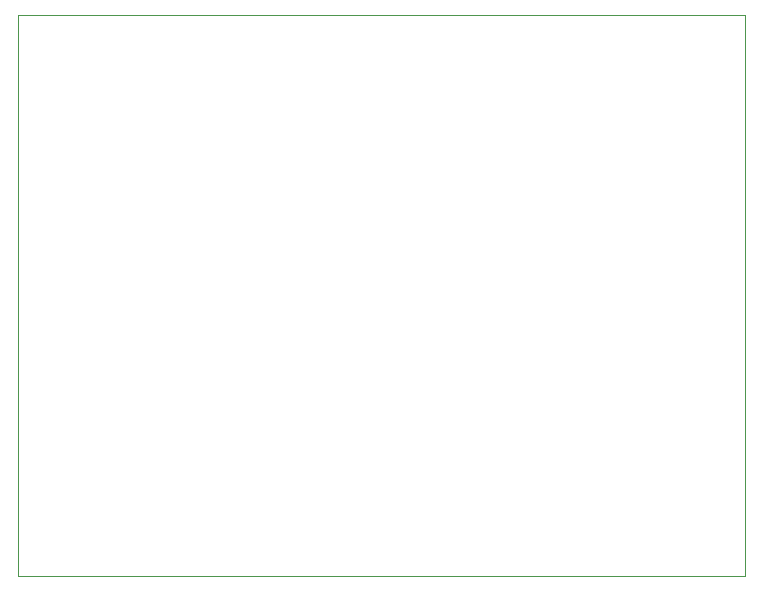
<source format=gbr>
%TF.GenerationSoftware,KiCad,Pcbnew,8.0.6*%
%TF.CreationDate,2025-07-03T11:32:56-04:00*%
%TF.ProjectId,pcb_reset_buffer,7063625f-7265-4736-9574-5f6275666665,rev?*%
%TF.SameCoordinates,Original*%
%TF.FileFunction,Profile,NP*%
%FSLAX46Y46*%
G04 Gerber Fmt 4.6, Leading zero omitted, Abs format (unit mm)*
G04 Created by KiCad (PCBNEW 8.0.6) date 2025-07-03 11:32:56*
%MOMM*%
%LPD*%
G01*
G04 APERTURE LIST*
%TA.AperFunction,Profile*%
%ADD10C,0.050000*%
%TD*%
G04 APERTURE END LIST*
D10*
X94500000Y-66000000D02*
X156000000Y-66000000D01*
X156000000Y-113500000D01*
X94500000Y-113500000D01*
X94500000Y-66000000D01*
M02*

</source>
